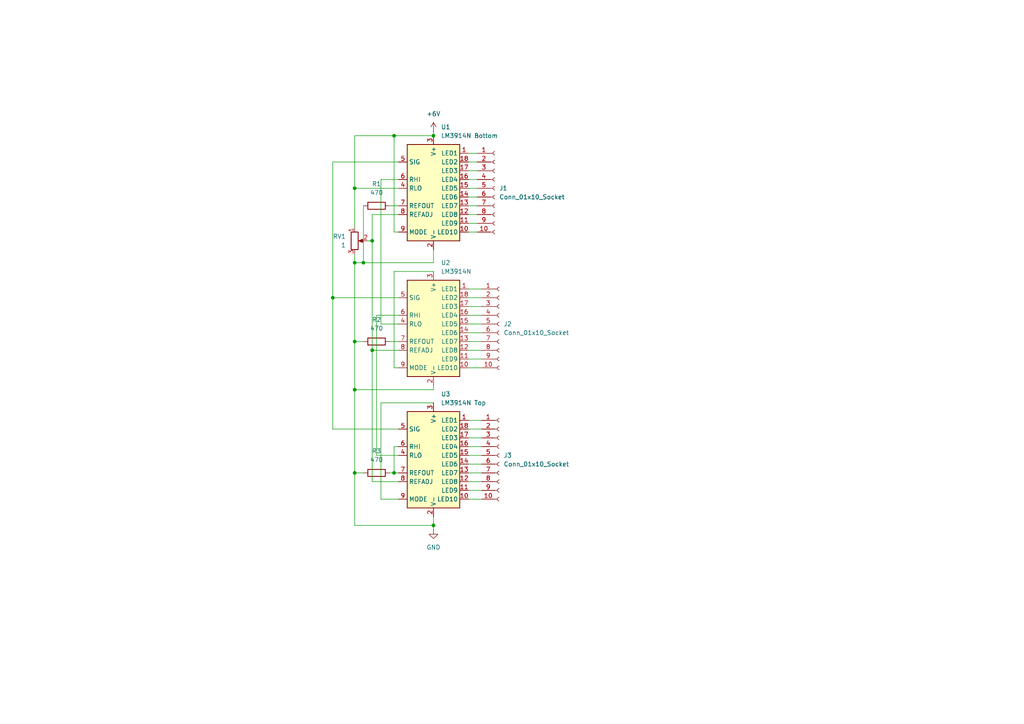
<source format=kicad_sch>
(kicad_sch
	(version 20250114)
	(generator "eeschema")
	(generator_version "9.0")
	(uuid "b5ce9875-df0b-417e-8aea-dc464e8c7492")
	(paper "A4")
	(lib_symbols
		(symbol "Connector:Conn_01x10_Socket"
			(pin_names
				(offset 1.016)
				(hide yes)
			)
			(exclude_from_sim no)
			(in_bom yes)
			(on_board yes)
			(property "Reference" "J"
				(at 0 12.7 0)
				(effects
					(font
						(size 1.27 1.27)
					)
				)
			)
			(property "Value" "Conn_01x10_Socket"
				(at 0 -15.24 0)
				(effects
					(font
						(size 1.27 1.27)
					)
				)
			)
			(property "Footprint" ""
				(at 0 0 0)
				(effects
					(font
						(size 1.27 1.27)
					)
					(hide yes)
				)
			)
			(property "Datasheet" "~"
				(at 0 0 0)
				(effects
					(font
						(size 1.27 1.27)
					)
					(hide yes)
				)
			)
			(property "Description" "Generic connector, single row, 01x10, script generated"
				(at 0 0 0)
				(effects
					(font
						(size 1.27 1.27)
					)
					(hide yes)
				)
			)
			(property "ki_locked" ""
				(at 0 0 0)
				(effects
					(font
						(size 1.27 1.27)
					)
				)
			)
			(property "ki_keywords" "connector"
				(at 0 0 0)
				(effects
					(font
						(size 1.27 1.27)
					)
					(hide yes)
				)
			)
			(property "ki_fp_filters" "Connector*:*_1x??_*"
				(at 0 0 0)
				(effects
					(font
						(size 1.27 1.27)
					)
					(hide yes)
				)
			)
			(symbol "Conn_01x10_Socket_1_1"
				(polyline
					(pts
						(xy -1.27 10.16) (xy -0.508 10.16)
					)
					(stroke
						(width 0.1524)
						(type default)
					)
					(fill
						(type none)
					)
				)
				(polyline
					(pts
						(xy -1.27 7.62) (xy -0.508 7.62)
					)
					(stroke
						(width 0.1524)
						(type default)
					)
					(fill
						(type none)
					)
				)
				(polyline
					(pts
						(xy -1.27 5.08) (xy -0.508 5.08)
					)
					(stroke
						(width 0.1524)
						(type default)
					)
					(fill
						(type none)
					)
				)
				(polyline
					(pts
						(xy -1.27 2.54) (xy -0.508 2.54)
					)
					(stroke
						(width 0.1524)
						(type default)
					)
					(fill
						(type none)
					)
				)
				(polyline
					(pts
						(xy -1.27 0) (xy -0.508 0)
					)
					(stroke
						(width 0.1524)
						(type default)
					)
					(fill
						(type none)
					)
				)
				(polyline
					(pts
						(xy -1.27 -2.54) (xy -0.508 -2.54)
					)
					(stroke
						(width 0.1524)
						(type default)
					)
					(fill
						(type none)
					)
				)
				(polyline
					(pts
						(xy -1.27 -5.08) (xy -0.508 -5.08)
					)
					(stroke
						(width 0.1524)
						(type default)
					)
					(fill
						(type none)
					)
				)
				(polyline
					(pts
						(xy -1.27 -7.62) (xy -0.508 -7.62)
					)
					(stroke
						(width 0.1524)
						(type default)
					)
					(fill
						(type none)
					)
				)
				(polyline
					(pts
						(xy -1.27 -10.16) (xy -0.508 -10.16)
					)
					(stroke
						(width 0.1524)
						(type default)
					)
					(fill
						(type none)
					)
				)
				(polyline
					(pts
						(xy -1.27 -12.7) (xy -0.508 -12.7)
					)
					(stroke
						(width 0.1524)
						(type default)
					)
					(fill
						(type none)
					)
				)
				(arc
					(start 0 9.652)
					(mid -0.5058 10.16)
					(end 0 10.668)
					(stroke
						(width 0.1524)
						(type default)
					)
					(fill
						(type none)
					)
				)
				(arc
					(start 0 7.112)
					(mid -0.5058 7.62)
					(end 0 8.128)
					(stroke
						(width 0.1524)
						(type default)
					)
					(fill
						(type none)
					)
				)
				(arc
					(start 0 4.572)
					(mid -0.5058 5.08)
					(end 0 5.588)
					(stroke
						(width 0.1524)
						(type default)
					)
					(fill
						(type none)
					)
				)
				(arc
					(start 0 2.032)
					(mid -0.5058 2.54)
					(end 0 3.048)
					(stroke
						(width 0.1524)
						(type default)
					)
					(fill
						(type none)
					)
				)
				(arc
					(start 0 -0.508)
					(mid -0.5058 0)
					(end 0 0.508)
					(stroke
						(width 0.1524)
						(type default)
					)
					(fill
						(type none)
					)
				)
				(arc
					(start 0 -3.048)
					(mid -0.5058 -2.54)
					(end 0 -2.032)
					(stroke
						(width 0.1524)
						(type default)
					)
					(fill
						(type none)
					)
				)
				(arc
					(start 0 -5.588)
					(mid -0.5058 -5.08)
					(end 0 -4.572)
					(stroke
						(width 0.1524)
						(type default)
					)
					(fill
						(type none)
					)
				)
				(arc
					(start 0 -8.128)
					(mid -0.5058 -7.62)
					(end 0 -7.112)
					(stroke
						(width 0.1524)
						(type default)
					)
					(fill
						(type none)
					)
				)
				(arc
					(start 0 -10.668)
					(mid -0.5058 -10.16)
					(end 0 -9.652)
					(stroke
						(width 0.1524)
						(type default)
					)
					(fill
						(type none)
					)
				)
				(arc
					(start 0 -13.208)
					(mid -0.5058 -12.7)
					(end 0 -12.192)
					(stroke
						(width 0.1524)
						(type default)
					)
					(fill
						(type none)
					)
				)
				(pin passive line
					(at -5.08 10.16 0)
					(length 3.81)
					(name "Pin_1"
						(effects
							(font
								(size 1.27 1.27)
							)
						)
					)
					(number "1"
						(effects
							(font
								(size 1.27 1.27)
							)
						)
					)
				)
				(pin passive line
					(at -5.08 7.62 0)
					(length 3.81)
					(name "Pin_2"
						(effects
							(font
								(size 1.27 1.27)
							)
						)
					)
					(number "2"
						(effects
							(font
								(size 1.27 1.27)
							)
						)
					)
				)
				(pin passive line
					(at -5.08 5.08 0)
					(length 3.81)
					(name "Pin_3"
						(effects
							(font
								(size 1.27 1.27)
							)
						)
					)
					(number "3"
						(effects
							(font
								(size 1.27 1.27)
							)
						)
					)
				)
				(pin passive line
					(at -5.08 2.54 0)
					(length 3.81)
					(name "Pin_4"
						(effects
							(font
								(size 1.27 1.27)
							)
						)
					)
					(number "4"
						(effects
							(font
								(size 1.27 1.27)
							)
						)
					)
				)
				(pin passive line
					(at -5.08 0 0)
					(length 3.81)
					(name "Pin_5"
						(effects
							(font
								(size 1.27 1.27)
							)
						)
					)
					(number "5"
						(effects
							(font
								(size 1.27 1.27)
							)
						)
					)
				)
				(pin passive line
					(at -5.08 -2.54 0)
					(length 3.81)
					(name "Pin_6"
						(effects
							(font
								(size 1.27 1.27)
							)
						)
					)
					(number "6"
						(effects
							(font
								(size 1.27 1.27)
							)
						)
					)
				)
				(pin passive line
					(at -5.08 -5.08 0)
					(length 3.81)
					(name "Pin_7"
						(effects
							(font
								(size 1.27 1.27)
							)
						)
					)
					(number "7"
						(effects
							(font
								(size 1.27 1.27)
							)
						)
					)
				)
				(pin passive line
					(at -5.08 -7.62 0)
					(length 3.81)
					(name "Pin_8"
						(effects
							(font
								(size 1.27 1.27)
							)
						)
					)
					(number "8"
						(effects
							(font
								(size 1.27 1.27)
							)
						)
					)
				)
				(pin passive line
					(at -5.08 -10.16 0)
					(length 3.81)
					(name "Pin_9"
						(effects
							(font
								(size 1.27 1.27)
							)
						)
					)
					(number "9"
						(effects
							(font
								(size 1.27 1.27)
							)
						)
					)
				)
				(pin passive line
					(at -5.08 -12.7 0)
					(length 3.81)
					(name "Pin_10"
						(effects
							(font
								(size 1.27 1.27)
							)
						)
					)
					(number "10"
						(effects
							(font
								(size 1.27 1.27)
							)
						)
					)
				)
			)
			(embedded_fonts no)
		)
		(symbol "Device:R"
			(pin_numbers
				(hide yes)
			)
			(pin_names
				(offset 0)
			)
			(exclude_from_sim no)
			(in_bom yes)
			(on_board yes)
			(property "Reference" "R"
				(at 2.032 0 90)
				(effects
					(font
						(size 1.27 1.27)
					)
				)
			)
			(property "Value" "R"
				(at 0 0 90)
				(effects
					(font
						(size 1.27 1.27)
					)
				)
			)
			(property "Footprint" ""
				(at -1.778 0 90)
				(effects
					(font
						(size 1.27 1.27)
					)
					(hide yes)
				)
			)
			(property "Datasheet" "~"
				(at 0 0 0)
				(effects
					(font
						(size 1.27 1.27)
					)
					(hide yes)
				)
			)
			(property "Description" "Resistor"
				(at 0 0 0)
				(effects
					(font
						(size 1.27 1.27)
					)
					(hide yes)
				)
			)
			(property "ki_keywords" "R res resistor"
				(at 0 0 0)
				(effects
					(font
						(size 1.27 1.27)
					)
					(hide yes)
				)
			)
			(property "ki_fp_filters" "R_*"
				(at 0 0 0)
				(effects
					(font
						(size 1.27 1.27)
					)
					(hide yes)
				)
			)
			(symbol "R_0_1"
				(rectangle
					(start -1.016 -2.54)
					(end 1.016 2.54)
					(stroke
						(width 0.254)
						(type default)
					)
					(fill
						(type none)
					)
				)
			)
			(symbol "R_1_1"
				(pin passive line
					(at 0 3.81 270)
					(length 1.27)
					(name "~"
						(effects
							(font
								(size 1.27 1.27)
							)
						)
					)
					(number "1"
						(effects
							(font
								(size 1.27 1.27)
							)
						)
					)
				)
				(pin passive line
					(at 0 -3.81 90)
					(length 1.27)
					(name "~"
						(effects
							(font
								(size 1.27 1.27)
							)
						)
					)
					(number "2"
						(effects
							(font
								(size 1.27 1.27)
							)
						)
					)
				)
			)
			(embedded_fonts no)
		)
		(symbol "Device:R_Potentiometer"
			(pin_names
				(offset 1.016)
				(hide yes)
			)
			(exclude_from_sim no)
			(in_bom yes)
			(on_board yes)
			(property "Reference" "RV"
				(at -4.445 0 90)
				(effects
					(font
						(size 1.27 1.27)
					)
				)
			)
			(property "Value" "R_Potentiometer"
				(at -2.54 0 90)
				(effects
					(font
						(size 1.27 1.27)
					)
				)
			)
			(property "Footprint" ""
				(at 0 0 0)
				(effects
					(font
						(size 1.27 1.27)
					)
					(hide yes)
				)
			)
			(property "Datasheet" "~"
				(at 0 0 0)
				(effects
					(font
						(size 1.27 1.27)
					)
					(hide yes)
				)
			)
			(property "Description" "Potentiometer"
				(at 0 0 0)
				(effects
					(font
						(size 1.27 1.27)
					)
					(hide yes)
				)
			)
			(property "ki_keywords" "resistor variable"
				(at 0 0 0)
				(effects
					(font
						(size 1.27 1.27)
					)
					(hide yes)
				)
			)
			(property "ki_fp_filters" "Potentiometer*"
				(at 0 0 0)
				(effects
					(font
						(size 1.27 1.27)
					)
					(hide yes)
				)
			)
			(symbol "R_Potentiometer_0_1"
				(rectangle
					(start 1.016 2.54)
					(end -1.016 -2.54)
					(stroke
						(width 0.254)
						(type default)
					)
					(fill
						(type none)
					)
				)
				(polyline
					(pts
						(xy 1.143 0) (xy 2.286 0.508) (xy 2.286 -0.508) (xy 1.143 0)
					)
					(stroke
						(width 0)
						(type default)
					)
					(fill
						(type outline)
					)
				)
				(polyline
					(pts
						(xy 2.54 0) (xy 1.524 0)
					)
					(stroke
						(width 0)
						(type default)
					)
					(fill
						(type none)
					)
				)
			)
			(symbol "R_Potentiometer_1_1"
				(pin passive line
					(at 0 3.81 270)
					(length 1.27)
					(name "1"
						(effects
							(font
								(size 1.27 1.27)
							)
						)
					)
					(number "1"
						(effects
							(font
								(size 1.27 1.27)
							)
						)
					)
				)
				(pin passive line
					(at 0 -3.81 90)
					(length 1.27)
					(name "3"
						(effects
							(font
								(size 1.27 1.27)
							)
						)
					)
					(number "3"
						(effects
							(font
								(size 1.27 1.27)
							)
						)
					)
				)
				(pin passive line
					(at 3.81 0 180)
					(length 1.27)
					(name "2"
						(effects
							(font
								(size 1.27 1.27)
							)
						)
					)
					(number "2"
						(effects
							(font
								(size 1.27 1.27)
							)
						)
					)
				)
			)
			(embedded_fonts no)
		)
		(symbol "Driver_LED:LM3914N"
			(exclude_from_sim no)
			(in_bom yes)
			(on_board yes)
			(property "Reference" "U"
				(at -6.35 14.224 0)
				(effects
					(font
						(size 1.27 1.27)
					)
				)
			)
			(property "Value" "LM3914N"
				(at 5.588 14.224 0)
				(effects
					(font
						(size 1.27 1.27)
					)
				)
			)
			(property "Footprint" "Package_DIP:DIP-18_W7.62mm"
				(at 0 0 0)
				(effects
					(font
						(size 1.27 1.27)
					)
					(hide yes)
				)
			)
			(property "Datasheet" "https://www.ti.com/lit/ds/symlink/lm3914.pdf"
				(at 0 0 0)
				(effects
					(font
						(size 1.27 1.27)
					)
					(hide yes)
				)
			)
			(property "Description" "10 LED Dot/Bar Display Driver, DIP-18"
				(at 0 0 0)
				(effects
					(font
						(size 1.27 1.27)
					)
					(hide yes)
				)
			)
			(property "ki_keywords" "LED driver bar dot"
				(at 0 0 0)
				(effects
					(font
						(size 1.27 1.27)
					)
					(hide yes)
				)
			)
			(property "ki_fp_filters" "DIP*W7.62mm*"
				(at 0 0 0)
				(effects
					(font
						(size 1.27 1.27)
					)
					(hide yes)
				)
			)
			(symbol "LM3914N_0_1"
				(rectangle
					(start -7.62 12.7)
					(end 7.62 -15.24)
					(stroke
						(width 0.254)
						(type default)
					)
					(fill
						(type background)
					)
				)
			)
			(symbol "LM3914N_1_1"
				(pin input line
					(at -10.16 7.62 0)
					(length 2.54)
					(name "SIG"
						(effects
							(font
								(size 1.27 1.27)
							)
						)
					)
					(number "5"
						(effects
							(font
								(size 1.27 1.27)
							)
						)
					)
				)
				(pin input line
					(at -10.16 2.54 0)
					(length 2.54)
					(name "RHI"
						(effects
							(font
								(size 1.27 1.27)
							)
						)
					)
					(number "6"
						(effects
							(font
								(size 1.27 1.27)
							)
						)
					)
				)
				(pin input line
					(at -10.16 0 0)
					(length 2.54)
					(name "RLO"
						(effects
							(font
								(size 1.27 1.27)
							)
						)
					)
					(number "4"
						(effects
							(font
								(size 1.27 1.27)
							)
						)
					)
				)
				(pin output line
					(at -10.16 -5.08 0)
					(length 2.54)
					(name "REFOUT"
						(effects
							(font
								(size 1.27 1.27)
							)
						)
					)
					(number "7"
						(effects
							(font
								(size 1.27 1.27)
							)
						)
					)
				)
				(pin input line
					(at -10.16 -7.62 0)
					(length 2.54)
					(name "REFADJ"
						(effects
							(font
								(size 1.27 1.27)
							)
						)
					)
					(number "8"
						(effects
							(font
								(size 1.27 1.27)
							)
						)
					)
				)
				(pin input line
					(at -10.16 -12.7 0)
					(length 2.54)
					(name "MODE"
						(effects
							(font
								(size 1.27 1.27)
							)
						)
					)
					(number "9"
						(effects
							(font
								(size 1.27 1.27)
							)
						)
					)
				)
				(pin power_in line
					(at 0 15.24 270)
					(length 2.54)
					(name "V+"
						(effects
							(font
								(size 1.27 1.27)
							)
						)
					)
					(number "3"
						(effects
							(font
								(size 1.27 1.27)
							)
						)
					)
				)
				(pin power_in line
					(at 0 -17.78 90)
					(length 2.54)
					(name "V-"
						(effects
							(font
								(size 1.27 1.27)
							)
						)
					)
					(number "2"
						(effects
							(font
								(size 1.27 1.27)
							)
						)
					)
				)
				(pin open_collector line
					(at 10.16 10.16 180)
					(length 2.54)
					(name "LED1"
						(effects
							(font
								(size 1.27 1.27)
							)
						)
					)
					(number "1"
						(effects
							(font
								(size 1.27 1.27)
							)
						)
					)
				)
				(pin open_collector line
					(at 10.16 7.62 180)
					(length 2.54)
					(name "LED2"
						(effects
							(font
								(size 1.27 1.27)
							)
						)
					)
					(number "18"
						(effects
							(font
								(size 1.27 1.27)
							)
						)
					)
				)
				(pin open_collector line
					(at 10.16 5.08 180)
					(length 2.54)
					(name "LED3"
						(effects
							(font
								(size 1.27 1.27)
							)
						)
					)
					(number "17"
						(effects
							(font
								(size 1.27 1.27)
							)
						)
					)
				)
				(pin open_collector line
					(at 10.16 2.54 180)
					(length 2.54)
					(name "LED4"
						(effects
							(font
								(size 1.27 1.27)
							)
						)
					)
					(number "16"
						(effects
							(font
								(size 1.27 1.27)
							)
						)
					)
				)
				(pin open_collector line
					(at 10.16 0 180)
					(length 2.54)
					(name "LED5"
						(effects
							(font
								(size 1.27 1.27)
							)
						)
					)
					(number "15"
						(effects
							(font
								(size 1.27 1.27)
							)
						)
					)
				)
				(pin open_collector line
					(at 10.16 -2.54 180)
					(length 2.54)
					(name "LED6"
						(effects
							(font
								(size 1.27 1.27)
							)
						)
					)
					(number "14"
						(effects
							(font
								(size 1.27 1.27)
							)
						)
					)
				)
				(pin open_collector line
					(at 10.16 -5.08 180)
					(length 2.54)
					(name "LED7"
						(effects
							(font
								(size 1.27 1.27)
							)
						)
					)
					(number "13"
						(effects
							(font
								(size 1.27 1.27)
							)
						)
					)
				)
				(pin open_collector line
					(at 10.16 -7.62 180)
					(length 2.54)
					(name "LED8"
						(effects
							(font
								(size 1.27 1.27)
							)
						)
					)
					(number "12"
						(effects
							(font
								(size 1.27 1.27)
							)
						)
					)
				)
				(pin open_collector line
					(at 10.16 -10.16 180)
					(length 2.54)
					(name "LED9"
						(effects
							(font
								(size 1.27 1.27)
							)
						)
					)
					(number "11"
						(effects
							(font
								(size 1.27 1.27)
							)
						)
					)
				)
				(pin open_collector line
					(at 10.16 -12.7 180)
					(length 2.54)
					(name "LED10"
						(effects
							(font
								(size 1.27 1.27)
							)
						)
					)
					(number "10"
						(effects
							(font
								(size 1.27 1.27)
							)
						)
					)
				)
			)
			(embedded_fonts no)
		)
		(symbol "power:+6V"
			(power)
			(pin_numbers
				(hide yes)
			)
			(pin_names
				(offset 0)
				(hide yes)
			)
			(exclude_from_sim no)
			(in_bom yes)
			(on_board yes)
			(property "Reference" "#PWR"
				(at 0 -3.81 0)
				(effects
					(font
						(size 1.27 1.27)
					)
					(hide yes)
				)
			)
			(property "Value" "+6V"
				(at 0 3.556 0)
				(effects
					(font
						(size 1.27 1.27)
					)
				)
			)
			(property "Footprint" ""
				(at 0 0 0)
				(effects
					(font
						(size 1.27 1.27)
					)
					(hide yes)
				)
			)
			(property "Datasheet" ""
				(at 0 0 0)
				(effects
					(font
						(size 1.27 1.27)
					)
					(hide yes)
				)
			)
			(property "Description" "Power symbol creates a global label with name \"+6V\""
				(at 0 0 0)
				(effects
					(font
						(size 1.27 1.27)
					)
					(hide yes)
				)
			)
			(property "ki_keywords" "global power"
				(at 0 0 0)
				(effects
					(font
						(size 1.27 1.27)
					)
					(hide yes)
				)
			)
			(symbol "+6V_0_1"
				(polyline
					(pts
						(xy -0.762 1.27) (xy 0 2.54)
					)
					(stroke
						(width 0)
						(type default)
					)
					(fill
						(type none)
					)
				)
				(polyline
					(pts
						(xy 0 2.54) (xy 0.762 1.27)
					)
					(stroke
						(width 0)
						(type default)
					)
					(fill
						(type none)
					)
				)
				(polyline
					(pts
						(xy 0 0) (xy 0 2.54)
					)
					(stroke
						(width 0)
						(type default)
					)
					(fill
						(type none)
					)
				)
			)
			(symbol "+6V_1_1"
				(pin power_in line
					(at 0 0 90)
					(length 0)
					(name "~"
						(effects
							(font
								(size 1.27 1.27)
							)
						)
					)
					(number "1"
						(effects
							(font
								(size 1.27 1.27)
							)
						)
					)
				)
			)
			(embedded_fonts no)
		)
		(symbol "power:GND"
			(power)
			(pin_numbers
				(hide yes)
			)
			(pin_names
				(offset 0)
				(hide yes)
			)
			(exclude_from_sim no)
			(in_bom yes)
			(on_board yes)
			(property "Reference" "#PWR"
				(at 0 -6.35 0)
				(effects
					(font
						(size 1.27 1.27)
					)
					(hide yes)
				)
			)
			(property "Value" "GND"
				(at 0 -3.81 0)
				(effects
					(font
						(size 1.27 1.27)
					)
				)
			)
			(property "Footprint" ""
				(at 0 0 0)
				(effects
					(font
						(size 1.27 1.27)
					)
					(hide yes)
				)
			)
			(property "Datasheet" ""
				(at 0 0 0)
				(effects
					(font
						(size 1.27 1.27)
					)
					(hide yes)
				)
			)
			(property "Description" "Power symbol creates a global label with name \"GND\" , ground"
				(at 0 0 0)
				(effects
					(font
						(size 1.27 1.27)
					)
					(hide yes)
				)
			)
			(property "ki_keywords" "global power"
				(at 0 0 0)
				(effects
					(font
						(size 1.27 1.27)
					)
					(hide yes)
				)
			)
			(symbol "GND_0_1"
				(polyline
					(pts
						(xy 0 0) (xy 0 -1.27) (xy 1.27 -1.27) (xy 0 -2.54) (xy -1.27 -1.27) (xy 0 -1.27)
					)
					(stroke
						(width 0)
						(type default)
					)
					(fill
						(type none)
					)
				)
			)
			(symbol "GND_1_1"
				(pin power_in line
					(at 0 0 270)
					(length 0)
					(name "~"
						(effects
							(font
								(size 1.27 1.27)
							)
						)
					)
					(number "1"
						(effects
							(font
								(size 1.27 1.27)
							)
						)
					)
				)
			)
			(embedded_fonts no)
		)
	)
	(junction
		(at 102.87 76.2)
		(diameter 0)
		(color 0 0 0 0)
		(uuid "2e30b283-abd1-4ba4-9f6f-48fbda14ebc4")
	)
	(junction
		(at 102.87 54.61)
		(diameter 0)
		(color 0 0 0 0)
		(uuid "35899e9d-6df7-4fc8-8453-fda5794c3b4a")
	)
	(junction
		(at 107.95 69.85)
		(diameter 0)
		(color 0 0 0 0)
		(uuid "38af3821-8749-4777-b586-dcbcd6f661a8")
	)
	(junction
		(at 114.3 137.16)
		(diameter 0)
		(color 0 0 0 0)
		(uuid "64e0e28a-2cab-4573-bddc-ce59a885597a")
	)
	(junction
		(at 102.87 113.03)
		(diameter 0)
		(color 0 0 0 0)
		(uuid "6d2f7931-2653-4750-85a7-97be68102906")
	)
	(junction
		(at 105.41 76.2)
		(diameter 0)
		(color 0 0 0 0)
		(uuid "740428ef-76e1-4a29-b30e-59ba33d46580")
	)
	(junction
		(at 114.3 39.37)
		(diameter 0)
		(color 0 0 0 0)
		(uuid "952ba5ae-c2cc-4cac-8fe9-d9e7c739a29c")
	)
	(junction
		(at 107.95 101.6)
		(diameter 0)
		(color 0 0 0 0)
		(uuid "b6174f77-8954-4697-af49-75e7f4df8c8e")
	)
	(junction
		(at 125.73 39.37)
		(diameter 0)
		(color 0 0 0 0)
		(uuid "ba56c612-0c2c-49bf-a135-7aeea0a7fca6")
	)
	(junction
		(at 96.52 86.36)
		(diameter 0)
		(color 0 0 0 0)
		(uuid "bdbfe220-9bbc-4983-b732-1d5f8e37fcc7")
	)
	(junction
		(at 102.87 137.16)
		(diameter 0)
		(color 0 0 0 0)
		(uuid "d94c4c6f-c484-4ec3-a0e2-2b3846e901d2")
	)
	(junction
		(at 125.73 152.4)
		(diameter 0)
		(color 0 0 0 0)
		(uuid "d96afc6c-e02c-4bb8-9375-732f91cf92c6")
	)
	(junction
		(at 102.87 99.06)
		(diameter 0)
		(color 0 0 0 0)
		(uuid "fd98d3ee-d5d2-4c17-9775-53c45aa17513")
	)
	(wire
		(pts
			(xy 102.87 137.16) (xy 105.41 137.16)
		)
		(stroke
			(width 0)
			(type default)
		)
		(uuid "02d7a556-33c4-44f3-ae5f-2a811a6df52a")
	)
	(wire
		(pts
			(xy 135.89 83.82) (xy 139.7 83.82)
		)
		(stroke
			(width 0)
			(type default)
		)
		(uuid "056db65e-b505-4cda-a80f-524271fbfc82")
	)
	(wire
		(pts
			(xy 96.52 124.46) (xy 115.57 124.46)
		)
		(stroke
			(width 0)
			(type default)
		)
		(uuid "0bce375a-5370-4c8f-8e46-178588cadc44")
	)
	(wire
		(pts
			(xy 105.41 59.69) (xy 105.41 76.2)
		)
		(stroke
			(width 0)
			(type default)
		)
		(uuid "0d6ca44d-6d71-494c-9fa8-e68f2bc49a11")
	)
	(wire
		(pts
			(xy 102.87 137.16) (xy 102.87 152.4)
		)
		(stroke
			(width 0)
			(type default)
		)
		(uuid "10e5696a-8067-4241-b81c-e85871261194")
	)
	(wire
		(pts
			(xy 102.87 99.06) (xy 102.87 113.03)
		)
		(stroke
			(width 0)
			(type default)
		)
		(uuid "11d020ed-1877-440d-bc56-2f99783c01f1")
	)
	(wire
		(pts
			(xy 106.68 69.85) (xy 107.95 69.85)
		)
		(stroke
			(width 0)
			(type default)
		)
		(uuid "1323ed04-f053-4bb2-a262-7c86bcd0b558")
	)
	(wire
		(pts
			(xy 135.89 142.24) (xy 139.7 142.24)
		)
		(stroke
			(width 0)
			(type default)
		)
		(uuid "159bf640-3569-4ed2-b735-929de4193065")
	)
	(wire
		(pts
			(xy 135.89 46.99) (xy 138.43 46.99)
		)
		(stroke
			(width 0)
			(type default)
		)
		(uuid "1d51cd52-b2d4-4c11-915a-7d24b403f317")
	)
	(wire
		(pts
			(xy 114.3 78.74) (xy 125.73 78.74)
		)
		(stroke
			(width 0)
			(type default)
		)
		(uuid "206421f4-2280-468f-9e79-e9a7d7a8d7e2")
	)
	(wire
		(pts
			(xy 135.89 64.77) (xy 138.43 64.77)
		)
		(stroke
			(width 0)
			(type default)
		)
		(uuid "226ac8d4-5d8d-49a6-bc3a-de994610a0dd")
	)
	(wire
		(pts
			(xy 102.87 113.03) (xy 102.87 137.16)
		)
		(stroke
			(width 0)
			(type default)
		)
		(uuid "262c8c4d-1ac2-40cc-aa50-0bea8fca4124")
	)
	(wire
		(pts
			(xy 110.49 144.78) (xy 110.49 116.84)
		)
		(stroke
			(width 0)
			(type default)
		)
		(uuid "2c039999-c564-4d25-bd9f-fbb87ab67b7d")
	)
	(wire
		(pts
			(xy 107.95 101.6) (xy 107.95 139.7)
		)
		(stroke
			(width 0)
			(type default)
		)
		(uuid "3131edbc-f8f3-49bd-a769-e8f98be9e9d3")
	)
	(wire
		(pts
			(xy 135.89 59.69) (xy 138.43 59.69)
		)
		(stroke
			(width 0)
			(type default)
		)
		(uuid "31da6282-00a1-4f37-ad55-67bf1f1e6f74")
	)
	(wire
		(pts
			(xy 110.49 52.07) (xy 110.49 93.98)
		)
		(stroke
			(width 0)
			(type default)
		)
		(uuid "338351bb-3b20-4b4c-8222-658b965ba974")
	)
	(wire
		(pts
			(xy 135.89 121.92) (xy 139.7 121.92)
		)
		(stroke
			(width 0)
			(type default)
		)
		(uuid "3a95fce1-bb41-48ea-8eb3-bdae0ab1c055")
	)
	(wire
		(pts
			(xy 125.73 111.76) (xy 125.73 113.03)
		)
		(stroke
			(width 0)
			(type default)
		)
		(uuid "3c9257fe-cb93-4785-a6aa-d8e9e4d6288a")
	)
	(wire
		(pts
			(xy 125.73 72.39) (xy 125.73 76.2)
		)
		(stroke
			(width 0)
			(type default)
		)
		(uuid "430153ae-e4cd-483c-b2db-37f626e7336c")
	)
	(wire
		(pts
			(xy 125.73 152.4) (xy 125.73 153.67)
		)
		(stroke
			(width 0)
			(type default)
		)
		(uuid "45702a33-9b5d-413e-ae8d-3b913f69f72a")
	)
	(wire
		(pts
			(xy 135.89 99.06) (xy 139.7 99.06)
		)
		(stroke
			(width 0)
			(type default)
		)
		(uuid "49d39588-3d7a-4674-a8b1-50ff470bd93f")
	)
	(wire
		(pts
			(xy 135.89 129.54) (xy 139.7 129.54)
		)
		(stroke
			(width 0)
			(type default)
		)
		(uuid "4d55f7eb-e5a8-4614-8376-0738225d6af8")
	)
	(wire
		(pts
			(xy 114.3 129.54) (xy 114.3 137.16)
		)
		(stroke
			(width 0)
			(type default)
		)
		(uuid "4e1dde50-19b7-4a85-83d8-ff8e0f77a22f")
	)
	(wire
		(pts
			(xy 115.57 144.78) (xy 110.49 144.78)
		)
		(stroke
			(width 0)
			(type default)
		)
		(uuid "4f8903d2-14ed-4d2b-ab7c-c627fb1a05e5")
	)
	(wire
		(pts
			(xy 110.49 93.98) (xy 115.57 93.98)
		)
		(stroke
			(width 0)
			(type default)
		)
		(uuid "528d9a42-1869-498d-874f-29335544d778")
	)
	(wire
		(pts
			(xy 114.3 39.37) (xy 125.73 39.37)
		)
		(stroke
			(width 0)
			(type default)
		)
		(uuid "547c3559-5a4e-4d59-b93d-734fd25b52c7")
	)
	(wire
		(pts
			(xy 135.89 57.15) (xy 138.43 57.15)
		)
		(stroke
			(width 0)
			(type default)
		)
		(uuid "5a4bb980-d339-4979-bc89-56821f6f8736")
	)
	(wire
		(pts
			(xy 125.73 76.2) (xy 105.41 76.2)
		)
		(stroke
			(width 0)
			(type default)
		)
		(uuid "5ac51257-fda7-411a-9cfa-ee40c272effb")
	)
	(wire
		(pts
			(xy 135.89 93.98) (xy 139.7 93.98)
		)
		(stroke
			(width 0)
			(type default)
		)
		(uuid "5ba716ba-1547-4e77-8aa4-4de4218a9d2c")
	)
	(wire
		(pts
			(xy 135.89 44.45) (xy 138.43 44.45)
		)
		(stroke
			(width 0)
			(type default)
		)
		(uuid "5ccded5c-6675-42ed-acb7-299a1c608130")
	)
	(wire
		(pts
			(xy 114.3 137.16) (xy 115.57 137.16)
		)
		(stroke
			(width 0)
			(type default)
		)
		(uuid "5f4b6ee5-702c-4225-8804-bf29666bb741")
	)
	(wire
		(pts
			(xy 135.89 144.78) (xy 139.7 144.78)
		)
		(stroke
			(width 0)
			(type default)
		)
		(uuid "5fec003d-d4f5-482c-a76e-db9d51d7fb56")
	)
	(wire
		(pts
			(xy 107.95 101.6) (xy 115.57 101.6)
		)
		(stroke
			(width 0)
			(type default)
		)
		(uuid "60d1fbc9-ff74-42c1-ab96-6616bf096fd0")
	)
	(wire
		(pts
			(xy 102.87 54.61) (xy 102.87 66.04)
		)
		(stroke
			(width 0)
			(type default)
		)
		(uuid "6361ab2b-1b9b-4868-94d5-907c77dfd369")
	)
	(wire
		(pts
			(xy 96.52 46.99) (xy 96.52 86.36)
		)
		(stroke
			(width 0)
			(type default)
		)
		(uuid "660c81f1-76d5-4754-b33e-009a0b07dba2")
	)
	(wire
		(pts
			(xy 135.89 54.61) (xy 138.43 54.61)
		)
		(stroke
			(width 0)
			(type default)
		)
		(uuid "6be4ddab-da4a-429b-bea3-2c380d1cf66b")
	)
	(wire
		(pts
			(xy 114.3 67.31) (xy 114.3 39.37)
		)
		(stroke
			(width 0)
			(type default)
		)
		(uuid "6c669228-676f-46fc-ae4c-2ca8aa925fa9")
	)
	(wire
		(pts
			(xy 135.89 96.52) (xy 139.7 96.52)
		)
		(stroke
			(width 0)
			(type default)
		)
		(uuid "6e36ef48-ef10-4ab0-9329-293e8c5c4af1")
	)
	(wire
		(pts
			(xy 96.52 86.36) (xy 115.57 86.36)
		)
		(stroke
			(width 0)
			(type default)
		)
		(uuid "739a3b1f-e49b-4638-9a88-9437ec0a96a4")
	)
	(wire
		(pts
			(xy 102.87 73.66) (xy 102.87 76.2)
		)
		(stroke
			(width 0)
			(type default)
		)
		(uuid "76b68a87-d575-4257-845c-0ba2599ab7e3")
	)
	(wire
		(pts
			(xy 115.57 46.99) (xy 96.52 46.99)
		)
		(stroke
			(width 0)
			(type default)
		)
		(uuid "8077d2c5-c065-4a6d-94c9-46f4fe10e3a6")
	)
	(wire
		(pts
			(xy 114.3 106.68) (xy 114.3 78.74)
		)
		(stroke
			(width 0)
			(type default)
		)
		(uuid "818e4097-1254-4dde-90cf-f8c637caf13a")
	)
	(wire
		(pts
			(xy 135.89 134.62) (xy 139.7 134.62)
		)
		(stroke
			(width 0)
			(type default)
		)
		(uuid "888e19d8-2ec8-4004-84d2-2704f7e2e926")
	)
	(wire
		(pts
			(xy 135.89 132.08) (xy 139.7 132.08)
		)
		(stroke
			(width 0)
			(type default)
		)
		(uuid "8907a3a7-cd96-4107-bb5d-0271115b409c")
	)
	(wire
		(pts
			(xy 125.73 38.1) (xy 125.73 39.37)
		)
		(stroke
			(width 0)
			(type default)
		)
		(uuid "8b8c796c-8701-4355-87bc-a6916133a56a")
	)
	(wire
		(pts
			(xy 135.89 86.36) (xy 139.7 86.36)
		)
		(stroke
			(width 0)
			(type default)
		)
		(uuid "8c5238d5-684d-44d7-b71b-023cf5e05a41")
	)
	(wire
		(pts
			(xy 107.95 62.23) (xy 115.57 62.23)
		)
		(stroke
			(width 0)
			(type default)
		)
		(uuid "902fda95-5e3c-4adf-94ea-c6a1ad8fe2a6")
	)
	(wire
		(pts
			(xy 102.87 39.37) (xy 114.3 39.37)
		)
		(stroke
			(width 0)
			(type default)
		)
		(uuid "910d6d92-4cf8-4969-8ceb-3c810dbac55a")
	)
	(wire
		(pts
			(xy 135.89 101.6) (xy 139.7 101.6)
		)
		(stroke
			(width 0)
			(type default)
		)
		(uuid "93f3bbb4-e6a8-47e1-9c76-04eb095469be")
	)
	(wire
		(pts
			(xy 107.95 69.85) (xy 107.95 101.6)
		)
		(stroke
			(width 0)
			(type default)
		)
		(uuid "956dbf3a-40c7-46f3-80c8-3d7bcffc95ce")
	)
	(wire
		(pts
			(xy 115.57 129.54) (xy 114.3 129.54)
		)
		(stroke
			(width 0)
			(type default)
		)
		(uuid "99fd669d-00fe-41e2-8814-14f4ce7b9a55")
	)
	(wire
		(pts
			(xy 135.89 62.23) (xy 138.43 62.23)
		)
		(stroke
			(width 0)
			(type default)
		)
		(uuid "a296656f-adaf-46ae-9a29-d332d7f016cc")
	)
	(wire
		(pts
			(xy 115.57 91.44) (xy 109.22 91.44)
		)
		(stroke
			(width 0)
			(type default)
		)
		(uuid "a51dbb90-89b8-48cb-b52c-b8216be2dcf1")
	)
	(wire
		(pts
			(xy 109.22 91.44) (xy 109.22 132.08)
		)
		(stroke
			(width 0)
			(type default)
		)
		(uuid "a5fb73b9-099b-4561-93a7-b1705a48466a")
	)
	(wire
		(pts
			(xy 115.57 54.61) (xy 102.87 54.61)
		)
		(stroke
			(width 0)
			(type default)
		)
		(uuid "abb40304-e58f-4523-a86e-f42774e276a3")
	)
	(wire
		(pts
			(xy 115.57 106.68) (xy 114.3 106.68)
		)
		(stroke
			(width 0)
			(type default)
		)
		(uuid "aead3b55-81a0-4f45-8e1d-28b52b50afaa")
	)
	(wire
		(pts
			(xy 102.87 39.37) (xy 102.87 54.61)
		)
		(stroke
			(width 0)
			(type default)
		)
		(uuid "b2b25174-844c-4c6e-b2dd-373d64f95211")
	)
	(wire
		(pts
			(xy 113.03 99.06) (xy 115.57 99.06)
		)
		(stroke
			(width 0)
			(type default)
		)
		(uuid "b83ad80e-c608-44e3-b116-0cdef0d897b4")
	)
	(wire
		(pts
			(xy 135.89 106.68) (xy 139.7 106.68)
		)
		(stroke
			(width 0)
			(type default)
		)
		(uuid "b8795658-deab-48fd-bcbb-af6666871ef9")
	)
	(wire
		(pts
			(xy 135.89 88.9) (xy 139.7 88.9)
		)
		(stroke
			(width 0)
			(type default)
		)
		(uuid "badd229a-f7d5-4e25-8676-b89f1ab7aaf5")
	)
	(wire
		(pts
			(xy 125.73 113.03) (xy 102.87 113.03)
		)
		(stroke
			(width 0)
			(type default)
		)
		(uuid "bf8b5f16-fc8b-4c6b-9824-a677ebf9208b")
	)
	(wire
		(pts
			(xy 113.03 59.69) (xy 115.57 59.69)
		)
		(stroke
			(width 0)
			(type default)
		)
		(uuid "c72a500f-3dff-4b90-88e6-6d0d93507d88")
	)
	(wire
		(pts
			(xy 135.89 49.53) (xy 138.43 49.53)
		)
		(stroke
			(width 0)
			(type default)
		)
		(uuid "c937349b-6730-4f06-8213-7ce3293fa4a2")
	)
	(wire
		(pts
			(xy 125.73 149.86) (xy 125.73 152.4)
		)
		(stroke
			(width 0)
			(type default)
		)
		(uuid "cf2ace60-5b71-4767-8e77-600bb9da5b32")
	)
	(wire
		(pts
			(xy 135.89 104.14) (xy 139.7 104.14)
		)
		(stroke
			(width 0)
			(type default)
		)
		(uuid "d0bcc83c-9307-44b9-8ceb-700d15052ef2")
	)
	(wire
		(pts
			(xy 135.89 137.16) (xy 139.7 137.16)
		)
		(stroke
			(width 0)
			(type default)
		)
		(uuid "d39af765-ae3c-4f65-b96e-6b96d9b03432")
	)
	(wire
		(pts
			(xy 107.95 69.85) (xy 107.95 62.23)
		)
		(stroke
			(width 0)
			(type default)
		)
		(uuid "d65b583e-58f1-4748-af7f-f1829dd44991")
	)
	(wire
		(pts
			(xy 135.89 52.07) (xy 138.43 52.07)
		)
		(stroke
			(width 0)
			(type default)
		)
		(uuid "d6d7496d-a2f4-4f92-9f2c-35f9bb2c07b6")
	)
	(wire
		(pts
			(xy 115.57 139.7) (xy 107.95 139.7)
		)
		(stroke
			(width 0)
			(type default)
		)
		(uuid "d7cd6ab0-f726-4ea9-be55-628afa161a6a")
	)
	(wire
		(pts
			(xy 102.87 99.06) (xy 105.41 99.06)
		)
		(stroke
			(width 0)
			(type default)
		)
		(uuid "db40f251-931a-474e-9571-0b5310b3b8db")
	)
	(wire
		(pts
			(xy 109.22 132.08) (xy 115.57 132.08)
		)
		(stroke
			(width 0)
			(type default)
		)
		(uuid "dc9d3f7f-8e8f-468d-9986-c00ceee05437")
	)
	(wire
		(pts
			(xy 110.49 116.84) (xy 125.73 116.84)
		)
		(stroke
			(width 0)
			(type default)
		)
		(uuid "dda29a59-d06d-4fdb-9cfc-b1d6a2b5566c")
	)
	(wire
		(pts
			(xy 102.87 152.4) (xy 125.73 152.4)
		)
		(stroke
			(width 0)
			(type default)
		)
		(uuid "de128b9f-10ff-4909-ad7a-b9feb94e2a75")
	)
	(wire
		(pts
			(xy 113.03 137.16) (xy 114.3 137.16)
		)
		(stroke
			(width 0)
			(type default)
		)
		(uuid "de76dcae-5504-412f-8edf-f6ebb612c1b4")
	)
	(wire
		(pts
			(xy 105.41 76.2) (xy 102.87 76.2)
		)
		(stroke
			(width 0)
			(type default)
		)
		(uuid "df1a9c2c-9a66-4515-afa0-d25225408da3")
	)
	(wire
		(pts
			(xy 135.89 124.46) (xy 139.7 124.46)
		)
		(stroke
			(width 0)
			(type default)
		)
		(uuid "e1469c1a-06b0-4f29-9d27-5238ce369931")
	)
	(wire
		(pts
			(xy 135.89 127) (xy 139.7 127)
		)
		(stroke
			(width 0)
			(type default)
		)
		(uuid "e4275d55-8c88-4a84-8e10-c02312d34201")
	)
	(wire
		(pts
			(xy 135.89 139.7) (xy 139.7 139.7)
		)
		(stroke
			(width 0)
			(type default)
		)
		(uuid "e979f79f-cf6d-46c5-992d-d04227f9fcaa")
	)
	(wire
		(pts
			(xy 135.89 91.44) (xy 139.7 91.44)
		)
		(stroke
			(width 0)
			(type default)
		)
		(uuid "efe888e0-5823-42a4-91f8-9a9527e5fc93")
	)
	(wire
		(pts
			(xy 115.57 52.07) (xy 110.49 52.07)
		)
		(stroke
			(width 0)
			(type default)
		)
		(uuid "f086b519-983f-4156-8a8c-86d0ae6c65f9")
	)
	(wire
		(pts
			(xy 135.89 67.31) (xy 138.43 67.31)
		)
		(stroke
			(width 0)
			(type default)
		)
		(uuid "f16cec1a-7c14-475b-b075-a3f021a30d15")
	)
	(wire
		(pts
			(xy 102.87 76.2) (xy 102.87 99.06)
		)
		(stroke
			(width 0)
			(type default)
		)
		(uuid "f343e5cd-eab7-4785-b564-84770056a4dc")
	)
	(wire
		(pts
			(xy 115.57 67.31) (xy 114.3 67.31)
		)
		(stroke
			(width 0)
			(type default)
		)
		(uuid "f7fa5b3a-3a81-476b-b9ed-1a6a840b5ec1")
	)
	(wire
		(pts
			(xy 96.52 86.36) (xy 96.52 124.46)
		)
		(stroke
			(width 0)
			(type default)
		)
		(uuid "fadd2c05-ca39-43d1-a9c1-d80fdf16a2b1")
	)
	(symbol
		(lib_id "Driver_LED:LM3914N")
		(at 125.73 93.98 0)
		(unit 1)
		(exclude_from_sim no)
		(in_bom yes)
		(on_board yes)
		(dnp no)
		(fields_autoplaced yes)
		(uuid "337c040f-a262-4952-84b4-9ab3515d8619")
		(property "Reference" "U2"
			(at 127.8733 76.2 0)
			(effects
				(font
					(size 1.27 1.27)
				)
				(justify left)
			)
		)
		(property "Value" "LM3914N"
			(at 127.8733 78.74 0)
			(effects
				(font
					(size 1.27 1.27)
				)
				(justify left)
			)
		)
		(property "Footprint" "Package_DIP:DIP-18_W7.62mm"
			(at 125.73 93.98 0)
			(effects
				(font
					(size 1.27 1.27)
				)
				(hide yes)
			)
		)
		(property "Datasheet" "https://www.ti.com/lit/ds/symlink/lm3914.pdf"
			(at 125.73 93.98 0)
			(effects
				(font
					(size 1.27 1.27)
				)
				(hide yes)
			)
		)
		(property "Description" "10 LED Dot/Bar Display Driver, DIP-18"
			(at 125.73 93.98 0)
			(effects
				(font
					(size 1.27 1.27)
				)
				(hide yes)
			)
		)
		(pin "5"
			(uuid "fbc6761f-bbe6-43db-ba61-1bbc1888c99e")
		)
		(pin "6"
			(uuid "e5f22d3d-56c3-4aa9-9c75-156289cc7283")
		)
		(pin "4"
			(uuid "566c481c-8bff-44f5-a82c-009cabbaf59a")
		)
		(pin "3"
			(uuid "8cb2c786-8283-4fdc-8765-c150399c890f")
		)
		(pin "1"
			(uuid "534e518a-e43b-489d-8477-ff5623b7d0d1")
		)
		(pin "9"
			(uuid "4a06a1cf-cb62-4cb4-a8d5-a5241bab455b")
		)
		(pin "17"
			(uuid "32e9c7e6-93f0-48ab-bf55-7ad4515ebac0")
		)
		(pin "7"
			(uuid "45543ba5-2dbc-4f0b-b8a9-6448844e9c11")
		)
		(pin "15"
			(uuid "c5174f69-990d-4510-8b7b-11dfd710b627")
		)
		(pin "13"
			(uuid "70169dd4-916f-4584-a40b-f60c0cbc1428")
		)
		(pin "2"
			(uuid "fa1040c0-fd80-4f43-a5be-332432212afb")
		)
		(pin "8"
			(uuid "8a327fff-fdab-4887-b080-017ebbdb13e8")
		)
		(pin "16"
			(uuid "fca09c43-d3b9-4619-997c-2dd8ae26892c")
		)
		(pin "14"
			(uuid "250832e6-9ff9-4089-8a37-d52fbe066623")
		)
		(pin "18"
			(uuid "eed581f0-a265-4d94-9ffb-5acf4d7bb853")
		)
		(pin "10"
			(uuid "d9608bd3-d2d8-4e31-8ed5-a77e8d87eee7")
		)
		(pin "12"
			(uuid "47f90709-c8b6-4975-9059-fbc99d5a69eb")
		)
		(pin "11"
			(uuid "0ad0f123-4629-43cf-acee-aabba55c9d35")
		)
		(instances
			(project ""
				(path "/b5ce9875-df0b-417e-8aea-dc464e8c7492"
					(reference "U2")
					(unit 1)
				)
			)
		)
	)
	(symbol
		(lib_id "Device:R_Potentiometer")
		(at 102.87 69.85 0)
		(unit 1)
		(exclude_from_sim no)
		(in_bom yes)
		(on_board yes)
		(dnp no)
		(fields_autoplaced yes)
		(uuid "3aabf4de-14de-4553-8acf-787fcc0bc259")
		(property "Reference" "RV1"
			(at 100.33 68.5799 0)
			(effects
				(font
					(size 1.27 1.27)
				)
				(justify right)
			)
		)
		(property "Value" "1"
			(at 100.33 71.1199 0)
			(effects
				(font
					(size 1.27 1.27)
				)
				(justify right)
			)
		)
		(property "Footprint" "Potentiometer_THT:Potentiometer_Bourns_3296W_Vertical"
			(at 102.87 69.85 0)
			(effects
				(font
					(size 1.27 1.27)
				)
				(hide yes)
			)
		)
		(property "Datasheet" "~"
			(at 102.87 69.85 0)
			(effects
				(font
					(size 1.27 1.27)
				)
				(hide yes)
			)
		)
		(property "Description" "Potentiometer"
			(at 102.87 69.85 0)
			(effects
				(font
					(size 1.27 1.27)
				)
				(hide yes)
			)
		)
		(pin "2"
			(uuid "54bc2aae-a513-469b-89de-ff7863d667bf")
		)
		(pin "1"
			(uuid "febdf148-bee8-439e-9aa9-32e0849deee3")
		)
		(pin "3"
			(uuid "c5329cf1-6669-4d47-b772-289d2516945d")
		)
		(instances
			(project ""
				(path "/b5ce9875-df0b-417e-8aea-dc464e8c7492"
					(reference "RV1")
					(unit 1)
				)
			)
		)
	)
	(symbol
		(lib_id "Connector:Conn_01x10_Socket")
		(at 143.51 54.61 0)
		(unit 1)
		(exclude_from_sim no)
		(in_bom yes)
		(on_board yes)
		(dnp no)
		(fields_autoplaced yes)
		(uuid "4c9d0dfb-f56c-4086-a1b1-411cca84c88a")
		(property "Reference" "J1"
			(at 144.78 54.6099 0)
			(effects
				(font
					(size 1.27 1.27)
				)
				(justify left)
			)
		)
		(property "Value" "Conn_01x10_Socket"
			(at 144.78 57.1499 0)
			(effects
				(font
					(size 1.27 1.27)
				)
				(justify left)
			)
		)
		(property "Footprint" "Connector_PinHeader_2.54mm:PinHeader_1x10_P2.54mm_Vertical"
			(at 143.51 54.61 0)
			(effects
				(font
					(size 1.27 1.27)
				)
				(hide yes)
			)
		)
		(property "Datasheet" "~"
			(at 143.51 54.61 0)
			(effects
				(font
					(size 1.27 1.27)
				)
				(hide yes)
			)
		)
		(property "Description" "Generic connector, single row, 01x10, script generated"
			(at 143.51 54.61 0)
			(effects
				(font
					(size 1.27 1.27)
				)
				(hide yes)
			)
		)
		(pin "8"
			(uuid "3d13a6d7-f4d9-4354-b70b-35ddbbd28577")
		)
		(pin "2"
			(uuid "48fbd71b-b5d2-4b4f-8755-367e3d4d40b5")
		)
		(pin "1"
			(uuid "7bcc3851-99cc-4494-8432-37f0739ccb0d")
		)
		(pin "5"
			(uuid "296ff608-1403-49b2-a54b-6f0170670b55")
		)
		(pin "3"
			(uuid "5f359f6e-9740-4b4a-8e74-c0abdf32abd6")
		)
		(pin "9"
			(uuid "d73ac06c-2382-4498-a569-07ba2fea6cf2")
		)
		(pin "6"
			(uuid "6719c490-ca65-4a5e-a5b3-b383d78d8ed0")
		)
		(pin "7"
			(uuid "2d59591b-81b8-4df1-afa5-b7dd98032257")
		)
		(pin "4"
			(uuid "ad59280c-ce8b-44ec-8f0b-ce68c3a0fbac")
		)
		(pin "10"
			(uuid "8554bc8c-8b25-4332-81eb-03375432d35c")
		)
		(instances
			(project ""
				(path "/b5ce9875-df0b-417e-8aea-dc464e8c7492"
					(reference "J1")
					(unit 1)
				)
			)
		)
	)
	(symbol
		(lib_id "Device:R")
		(at 109.22 59.69 90)
		(unit 1)
		(exclude_from_sim no)
		(in_bom yes)
		(on_board yes)
		(dnp no)
		(fields_autoplaced yes)
		(uuid "4d2cc4cb-4180-4110-8e09-c015d804cea9")
		(property "Reference" "R1"
			(at 109.22 53.34 90)
			(effects
				(font
					(size 1.27 1.27)
				)
			)
		)
		(property "Value" "470"
			(at 109.22 55.88 90)
			(effects
				(font
					(size 1.27 1.27)
				)
			)
		)
		(property "Footprint" "Resistor_THT:R_Axial_DIN0204_L3.6mm_D1.6mm_P5.08mm_Horizontal"
			(at 109.22 61.468 90)
			(effects
				(font
					(size 1.27 1.27)
				)
				(hide yes)
			)
		)
		(property "Datasheet" "~"
			(at 109.22 59.69 0)
			(effects
				(font
					(size 1.27 1.27)
				)
				(hide yes)
			)
		)
		(property "Description" "Resistor"
			(at 109.22 59.69 0)
			(effects
				(font
					(size 1.27 1.27)
				)
				(hide yes)
			)
		)
		(pin "2"
			(uuid "84329132-3642-4579-bc13-73a263c74631")
		)
		(pin "1"
			(uuid "56667d37-ed5f-4f35-ba72-cffd3caaaaa2")
		)
		(instances
			(project ""
				(path "/b5ce9875-df0b-417e-8aea-dc464e8c7492"
					(reference "R1")
					(unit 1)
				)
			)
		)
	)
	(symbol
		(lib_id "power:GND")
		(at 125.73 153.67 0)
		(unit 1)
		(exclude_from_sim no)
		(in_bom yes)
		(on_board yes)
		(dnp no)
		(fields_autoplaced yes)
		(uuid "5de074d0-2dd4-4fde-a6c6-59494394530d")
		(property "Reference" "#PWR02"
			(at 125.73 160.02 0)
			(effects
				(font
					(size 1.27 1.27)
				)
				(hide yes)
			)
		)
		(property "Value" "GND"
			(at 125.73 158.75 0)
			(effects
				(font
					(size 1.27 1.27)
				)
			)
		)
		(property "Footprint" ""
			(at 125.73 153.67 0)
			(effects
				(font
					(size 1.27 1.27)
				)
				(hide yes)
			)
		)
		(property "Datasheet" ""
			(at 125.73 153.67 0)
			(effects
				(font
					(size 1.27 1.27)
				)
				(hide yes)
			)
		)
		(property "Description" "Power symbol creates a global label with name \"GND\" , ground"
			(at 125.73 153.67 0)
			(effects
				(font
					(size 1.27 1.27)
				)
				(hide yes)
			)
		)
		(pin "1"
			(uuid "8fe69af9-71b0-4d9f-be8f-73d369ad054e")
		)
		(instances
			(project ""
				(path "/b5ce9875-df0b-417e-8aea-dc464e8c7492"
					(reference "#PWR02")
					(unit 1)
				)
			)
		)
	)
	(symbol
		(lib_id "Connector:Conn_01x10_Socket")
		(at 144.78 93.98 0)
		(unit 1)
		(exclude_from_sim no)
		(in_bom yes)
		(on_board yes)
		(dnp no)
		(fields_autoplaced yes)
		(uuid "61f1c57c-62a5-40ee-becb-97033347d744")
		(property "Reference" "J2"
			(at 146.05 93.9799 0)
			(effects
				(font
					(size 1.27 1.27)
				)
				(justify left)
			)
		)
		(property "Value" "Conn_01x10_Socket"
			(at 146.05 96.5199 0)
			(effects
				(font
					(size 1.27 1.27)
				)
				(justify left)
			)
		)
		(property "Footprint" "Connector_PinHeader_2.54mm:PinHeader_1x10_P2.54mm_Vertical"
			(at 144.78 93.98 0)
			(effects
				(font
					(size 1.27 1.27)
				)
				(hide yes)
			)
		)
		(property "Datasheet" "~"
			(at 144.78 93.98 0)
			(effects
				(font
					(size 1.27 1.27)
				)
				(hide yes)
			)
		)
		(property "Description" "Generic connector, single row, 01x10, script generated"
			(at 144.78 93.98 0)
			(effects
				(font
					(size 1.27 1.27)
				)
				(hide yes)
			)
		)
		(pin "8"
			(uuid "3d13a6d7-f4d9-4354-b70b-35ddbbd28577")
		)
		(pin "2"
			(uuid "48fbd71b-b5d2-4b4f-8755-367e3d4d40b5")
		)
		(pin "1"
			(uuid "7bcc3851-99cc-4494-8432-37f0739ccb0d")
		)
		(pin "5"
			(uuid "296ff608-1403-49b2-a54b-6f0170670b55")
		)
		(pin "3"
			(uuid "5f359f6e-9740-4b4a-8e74-c0abdf32abd6")
		)
		(pin "9"
			(uuid "d73ac06c-2382-4498-a569-07ba2fea6cf2")
		)
		(pin "6"
			(uuid "6719c490-ca65-4a5e-a5b3-b383d78d8ed0")
		)
		(pin "7"
			(uuid "2d59591b-81b8-4df1-afa5-b7dd98032257")
		)
		(pin "4"
			(uuid "ad59280c-ce8b-44ec-8f0b-ce68c3a0fbac")
		)
		(pin "10"
			(uuid "8554bc8c-8b25-4332-81eb-03375432d35c")
		)
		(instances
			(project ""
				(path "/b5ce9875-df0b-417e-8aea-dc464e8c7492"
					(reference "J2")
					(unit 1)
				)
			)
		)
	)
	(symbol
		(lib_id "Driver_LED:LM3914N")
		(at 125.73 54.61 0)
		(unit 1)
		(exclude_from_sim no)
		(in_bom yes)
		(on_board yes)
		(dnp no)
		(fields_autoplaced yes)
		(uuid "66681a94-3649-43c6-8ee8-31b3fefbc4d1")
		(property "Reference" "U1"
			(at 127.8733 36.83 0)
			(effects
				(font
					(size 1.27 1.27)
				)
				(justify left)
			)
		)
		(property "Value" "LM3914N Bottom"
			(at 127.8733 39.37 0)
			(effects
				(font
					(size 1.27 1.27)
				)
				(justify left)
			)
		)
		(property "Footprint" "Package_DIP:DIP-18_W7.62mm"
			(at 125.73 54.61 0)
			(effects
				(font
					(size 1.27 1.27)
				)
				(hide yes)
			)
		)
		(property "Datasheet" "https://www.ti.com/lit/ds/symlink/lm3914.pdf"
			(at 125.73 54.61 0)
			(effects
				(font
					(size 1.27 1.27)
				)
				(hide yes)
			)
		)
		(property "Description" "10 LED Dot/Bar Display Driver, DIP-18"
			(at 125.73 54.61 0)
			(effects
				(font
					(size 1.27 1.27)
				)
				(hide yes)
			)
		)
		(pin "5"
			(uuid "fbc6761f-bbe6-43db-ba61-1bbc1888c99e")
		)
		(pin "6"
			(uuid "e5f22d3d-56c3-4aa9-9c75-156289cc7283")
		)
		(pin "4"
			(uuid "566c481c-8bff-44f5-a82c-009cabbaf59a")
		)
		(pin "3"
			(uuid "8cb2c786-8283-4fdc-8765-c150399c890f")
		)
		(pin "1"
			(uuid "534e518a-e43b-489d-8477-ff5623b7d0d1")
		)
		(pin "9"
			(uuid "4a06a1cf-cb62-4cb4-a8d5-a5241bab455b")
		)
		(pin "17"
			(uuid "32e9c7e6-93f0-48ab-bf55-7ad4515ebac0")
		)
		(pin "7"
			(uuid "45543ba5-2dbc-4f0b-b8a9-6448844e9c11")
		)
		(pin "15"
			(uuid "c5174f69-990d-4510-8b7b-11dfd710b627")
		)
		(pin "13"
			(uuid "70169dd4-916f-4584-a40b-f60c0cbc1428")
		)
		(pin "2"
			(uuid "fa1040c0-fd80-4f43-a5be-332432212afb")
		)
		(pin "8"
			(uuid "8a327fff-fdab-4887-b080-017ebbdb13e8")
		)
		(pin "16"
			(uuid "fca09c43-d3b9-4619-997c-2dd8ae26892c")
		)
		(pin "14"
			(uuid "250832e6-9ff9-4089-8a37-d52fbe066623")
		)
		(pin "18"
			(uuid "eed581f0-a265-4d94-9ffb-5acf4d7bb853")
		)
		(pin "10"
			(uuid "d9608bd3-d2d8-4e31-8ed5-a77e8d87eee7")
		)
		(pin "12"
			(uuid "47f90709-c8b6-4975-9059-fbc99d5a69eb")
		)
		(pin "11"
			(uuid "0ad0f123-4629-43cf-acee-aabba55c9d35")
		)
		(instances
			(project ""
				(path "/b5ce9875-df0b-417e-8aea-dc464e8c7492"
					(reference "U1")
					(unit 1)
				)
			)
		)
	)
	(symbol
		(lib_id "Device:R")
		(at 109.22 99.06 90)
		(unit 1)
		(exclude_from_sim no)
		(in_bom yes)
		(on_board yes)
		(dnp no)
		(fields_autoplaced yes)
		(uuid "7a0ce373-5150-409f-9eb2-69569d5ad121")
		(property "Reference" "R2"
			(at 109.22 92.71 90)
			(effects
				(font
					(size 1.27 1.27)
				)
			)
		)
		(property "Value" "470"
			(at 109.22 95.25 90)
			(effects
				(font
					(size 1.27 1.27)
				)
			)
		)
		(property "Footprint" "Resistor_THT:R_Axial_DIN0204_L3.6mm_D1.6mm_P5.08mm_Horizontal"
			(at 109.22 100.838 90)
			(effects
				(font
					(size 1.27 1.27)
				)
				(hide yes)
			)
		)
		(property "Datasheet" "~"
			(at 109.22 99.06 0)
			(effects
				(font
					(size 1.27 1.27)
				)
				(hide yes)
			)
		)
		(property "Description" "Resistor"
			(at 109.22 99.06 0)
			(effects
				(font
					(size 1.27 1.27)
				)
				(hide yes)
			)
		)
		(pin "2"
			(uuid "84329132-3642-4579-bc13-73a263c74631")
		)
		(pin "1"
			(uuid "56667d37-ed5f-4f35-ba72-cffd3caaaaa2")
		)
		(instances
			(project ""
				(path "/b5ce9875-df0b-417e-8aea-dc464e8c7492"
					(reference "R2")
					(unit 1)
				)
			)
		)
	)
	(symbol
		(lib_id "Device:R")
		(at 109.22 137.16 90)
		(unit 1)
		(exclude_from_sim no)
		(in_bom yes)
		(on_board yes)
		(dnp no)
		(fields_autoplaced yes)
		(uuid "c7d5d052-20a0-476d-a665-5116e49bed83")
		(property "Reference" "R3"
			(at 109.22 130.81 90)
			(effects
				(font
					(size 1.27 1.27)
				)
			)
		)
		(property "Value" "470"
			(at 109.22 133.35 90)
			(effects
				(font
					(size 1.27 1.27)
				)
			)
		)
		(property "Footprint" "Resistor_THT:R_Axial_DIN0204_L3.6mm_D1.6mm_P5.08mm_Horizontal"
			(at 109.22 138.938 90)
			(effects
				(font
					(size 1.27 1.27)
				)
				(hide yes)
			)
		)
		(property "Datasheet" "~"
			(at 109.22 137.16 0)
			(effects
				(font
					(size 1.27 1.27)
				)
				(hide yes)
			)
		)
		(property "Description" "Resistor"
			(at 109.22 137.16 0)
			(effects
				(font
					(size 1.27 1.27)
				)
				(hide yes)
			)
		)
		(pin "2"
			(uuid "84329132-3642-4579-bc13-73a263c74631")
		)
		(pin "1"
			(uuid "56667d37-ed5f-4f35-ba72-cffd3caaaaa2")
		)
		(instances
			(project ""
				(path "/b5ce9875-df0b-417e-8aea-dc464e8c7492"
					(reference "R3")
					(unit 1)
				)
			)
		)
	)
	(symbol
		(lib_id "Connector:Conn_01x10_Socket")
		(at 144.78 132.08 0)
		(unit 1)
		(exclude_from_sim no)
		(in_bom yes)
		(on_board yes)
		(dnp no)
		(fields_autoplaced yes)
		(uuid "d20e6989-a8db-415f-80ac-2c5c30694e7a")
		(property "Reference" "J3"
			(at 146.05 132.0799 0)
			(effects
				(font
					(size 1.27 1.27)
				)
				(justify left)
			)
		)
		(property "Value" "Conn_01x10_Socket"
			(at 146.05 134.6199 0)
			(effects
				(font
					(size 1.27 1.27)
				)
				(justify left)
			)
		)
		(property "Footprint" "Connector_PinHeader_2.54mm:PinHeader_1x10_P2.54mm_Vertical"
			(at 144.78 132.08 0)
			(effects
				(font
					(size 1.27 1.27)
				)
				(hide yes)
			)
		)
		(property "Datasheet" "~"
			(at 144.78 132.08 0)
			(effects
				(font
					(size 1.27 1.27)
				)
				(hide yes)
			)
		)
		(property "Description" "Generic connector, single row, 01x10, script generated"
			(at 144.78 132.08 0)
			(effects
				(font
					(size 1.27 1.27)
				)
				(hide yes)
			)
		)
		(pin "8"
			(uuid "3d13a6d7-f4d9-4354-b70b-35ddbbd28577")
		)
		(pin "2"
			(uuid "48fbd71b-b5d2-4b4f-8755-367e3d4d40b5")
		)
		(pin "1"
			(uuid "7bcc3851-99cc-4494-8432-37f0739ccb0d")
		)
		(pin "5"
			(uuid "296ff608-1403-49b2-a54b-6f0170670b55")
		)
		(pin "3"
			(uuid "5f359f6e-9740-4b4a-8e74-c0abdf32abd6")
		)
		(pin "9"
			(uuid "d73ac06c-2382-4498-a569-07ba2fea6cf2")
		)
		(pin "6"
			(uuid "6719c490-ca65-4a5e-a5b3-b383d78d8ed0")
		)
		(pin "7"
			(uuid "2d59591b-81b8-4df1-afa5-b7dd98032257")
		)
		(pin "4"
			(uuid "ad59280c-ce8b-44ec-8f0b-ce68c3a0fbac")
		)
		(pin "10"
			(uuid "8554bc8c-8b25-4332-81eb-03375432d35c")
		)
		(instances
			(project ""
				(path "/b5ce9875-df0b-417e-8aea-dc464e8c7492"
					(reference "J3")
					(unit 1)
				)
			)
		)
	)
	(symbol
		(lib_id "Driver_LED:LM3914N")
		(at 125.73 132.08 0)
		(unit 1)
		(exclude_from_sim no)
		(in_bom yes)
		(on_board yes)
		(dnp no)
		(fields_autoplaced yes)
		(uuid "e629d632-5323-4371-b39c-1884824ed6cb")
		(property "Reference" "U3"
			(at 127.8733 114.3 0)
			(effects
				(font
					(size 1.27 1.27)
				)
				(justify left)
			)
		)
		(property "Value" "LM3914N Top"
			(at 127.8733 116.84 0)
			(effects
				(font
					(size 1.27 1.27)
				)
				(justify left)
			)
		)
		(property "Footprint" "Package_DIP:DIP-18_W7.62mm"
			(at 125.73 132.08 0)
			(effects
				(font
					(size 1.27 1.27)
				)
				(hide yes)
			)
		)
		(property "Datasheet" "https://www.ti.com/lit/ds/symlink/lm3914.pdf"
			(at 125.73 132.08 0)
			(effects
				(font
					(size 1.27 1.27)
				)
				(hide yes)
			)
		)
		(property "Description" "10 LED Dot/Bar Display Driver, DIP-18"
			(at 125.73 132.08 0)
			(effects
				(font
					(size 1.27 1.27)
				)
				(hide yes)
			)
		)
		(pin "5"
			(uuid "fbc6761f-bbe6-43db-ba61-1bbc1888c99e")
		)
		(pin "6"
			(uuid "e5f22d3d-56c3-4aa9-9c75-156289cc7283")
		)
		(pin "4"
			(uuid "566c481c-8bff-44f5-a82c-009cabbaf59a")
		)
		(pin "3"
			(uuid "8cb2c786-8283-4fdc-8765-c150399c890f")
		)
		(pin "1"
			(uuid "534e518a-e43b-489d-8477-ff5623b7d0d1")
		)
		(pin "9"
			(uuid "4a06a1cf-cb62-4cb4-a8d5-a5241bab455b")
		)
		(pin "17"
			(uuid "32e9c7e6-93f0-48ab-bf55-7ad4515ebac0")
		)
		(pin "7"
			(uuid "45543ba5-2dbc-4f0b-b8a9-6448844e9c11")
		)
		(pin "15"
			(uuid "c5174f69-990d-4510-8b7b-11dfd710b627")
		)
		(pin "13"
			(uuid "70169dd4-916f-4584-a40b-f60c0cbc1428")
		)
		(pin "2"
			(uuid "fa1040c0-fd80-4f43-a5be-332432212afb")
		)
		(pin "8"
			(uuid "8a327fff-fdab-4887-b080-017ebbdb13e8")
		)
		(pin "16"
			(uuid "fca09c43-d3b9-4619-997c-2dd8ae26892c")
		)
		(pin "14"
			(uuid "250832e6-9ff9-4089-8a37-d52fbe066623")
		)
		(pin "18"
			(uuid "eed581f0-a265-4d94-9ffb-5acf4d7bb853")
		)
		(pin "10"
			(uuid "d9608bd3-d2d8-4e31-8ed5-a77e8d87eee7")
		)
		(pin "12"
			(uuid "47f90709-c8b6-4975-9059-fbc99d5a69eb")
		)
		(pin "11"
			(uuid "0ad0f123-4629-43cf-acee-aabba55c9d35")
		)
		(instances
			(project ""
				(path "/b5ce9875-df0b-417e-8aea-dc464e8c7492"
					(reference "U3")
					(unit 1)
				)
			)
		)
	)
	(symbol
		(lib_id "power:+6V")
		(at 125.73 38.1 0)
		(unit 1)
		(exclude_from_sim no)
		(in_bom yes)
		(on_board yes)
		(dnp no)
		(fields_autoplaced yes)
		(uuid "f6cd85f6-547d-4979-8200-73746aea035e")
		(property "Reference" "#PWR01"
			(at 125.73 41.91 0)
			(effects
				(font
					(size 1.27 1.27)
				)
				(hide yes)
			)
		)
		(property "Value" "+6V"
			(at 125.73 33.02 0)
			(effects
				(font
					(size 1.27 1.27)
				)
			)
		)
		(property "Footprint" ""
			(at 125.73 38.1 0)
			(effects
				(font
					(size 1.27 1.27)
				)
				(hide yes)
			)
		)
		(property "Datasheet" ""
			(at 125.73 38.1 0)
			(effects
				(font
					(size 1.27 1.27)
				)
				(hide yes)
			)
		)
		(property "Description" "Power symbol creates a global label with name \"+6V\""
			(at 125.73 38.1 0)
			(effects
				(font
					(size 1.27 1.27)
				)
				(hide yes)
			)
		)
		(pin "1"
			(uuid "4bea6217-e27e-4146-b106-4c6d5e2fe5c9")
		)
		(instances
			(project ""
				(path "/b5ce9875-df0b-417e-8aea-dc464e8c7492"
					(reference "#PWR01")
					(unit 1)
				)
			)
		)
	)
	(sheet_instances
		(path "/"
			(page "1")
		)
	)
	(embedded_fonts no)
)

</source>
